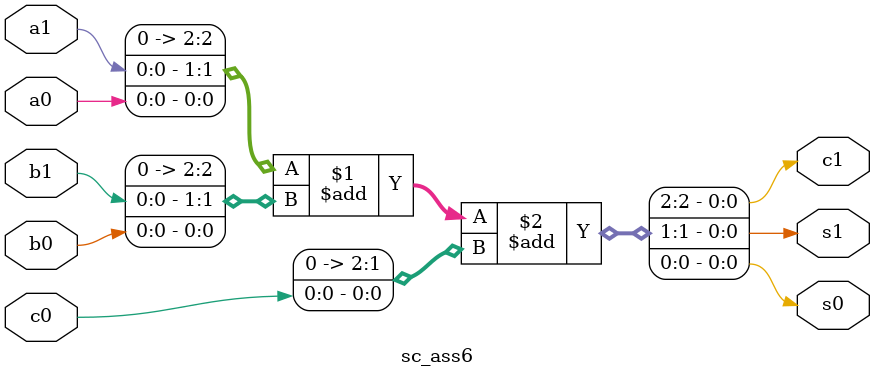
<source format=sv>
`timescale 1ns/1ns

module sc_ass6(input a1 , a0 , b1 , b0 , c0 , output c1 , s1 , s0);
	assign {c1, s1, s0} = {a1, a0} + {b1, b0} + {c0};
endmodule

</source>
